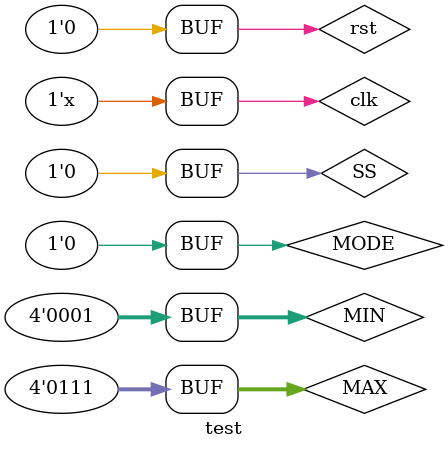
<source format=v>
`timescale 1ns / 1ps


module test;

	// Inputs
	reg clk;
	reg rst;
	reg SS;
	reg MODE;
	reg [3:0] MIN;
	reg [3:0] MAX;

	// Outputs
	wire [3:0] OUT;

	// Instantiate the Unit Under Test (UUT)
	counter uut (
		.clk(clk), 
		.rst(rst), 
		.SS(SS), 
		.MODE(MODE), 
		.MIN(MIN), 
		.MAX(MAX), 
		.OUT(OUT)
	);

	initial begin
		// Initialize Inputs
		clk = 0;
		MIN = 1;
		MAX = 7;
		rst = 1;
		SS = 1;
		MODE = 1;
		#30 rst = 0;
		#800 MODE = 0;
		#800 SS = 0;
		
		
	end
	always begin
	clk = ~clk;
	#10;
	end
      
endmodule


</source>
